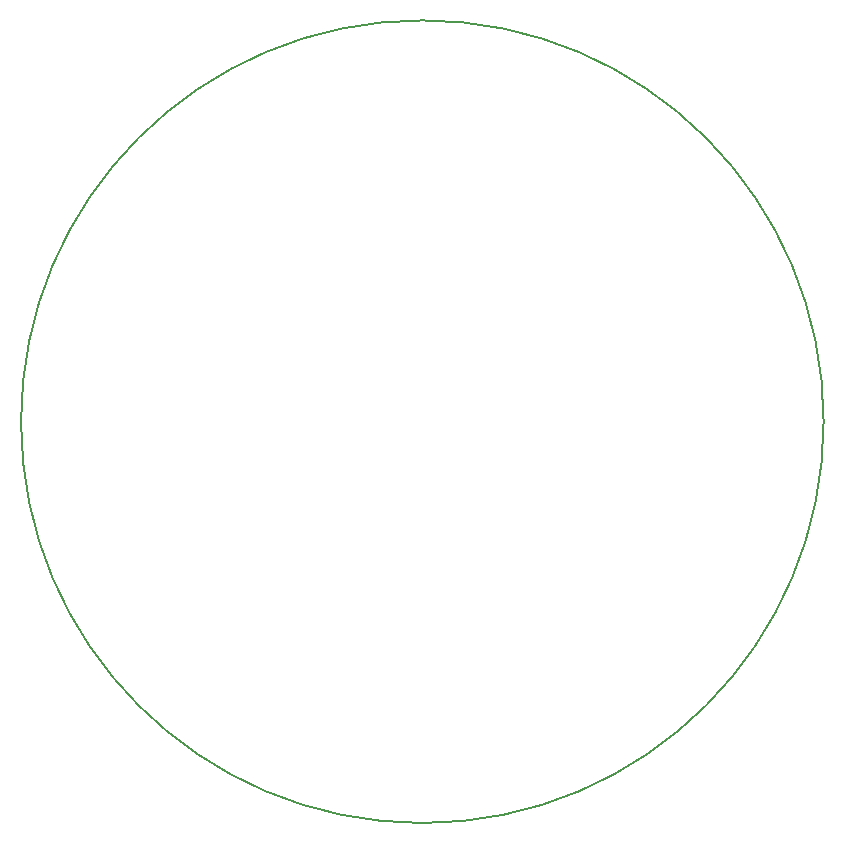
<source format=gbr>
%TF.GenerationSoftware,KiCad,Pcbnew,8.0.1*%
%TF.CreationDate,2024-04-02T10:16:43+02:00*%
%TF.ProjectId,GluecksraD,476c7565-636b-4737-9261-442e6b696361,rev?*%
%TF.SameCoordinates,Original*%
%TF.FileFunction,Profile,NP*%
%FSLAX46Y46*%
G04 Gerber Fmt 4.6, Leading zero omitted, Abs format (unit mm)*
G04 Created by KiCad (PCBNEW 8.0.1) date 2024-04-02 10:16:43*
%MOMM*%
%LPD*%
G01*
G04 APERTURE LIST*
%TA.AperFunction,Profile*%
%ADD10C,0.150000*%
%TD*%
G04 APERTURE END LIST*
D10*
X106677702Y-74742299D02*
G75*
G02*
X38722298Y-74742299I-33977702J0D01*
G01*
X38722298Y-74742299D02*
G75*
G02*
X106677702Y-74742299I33977702J0D01*
G01*
M02*

</source>
